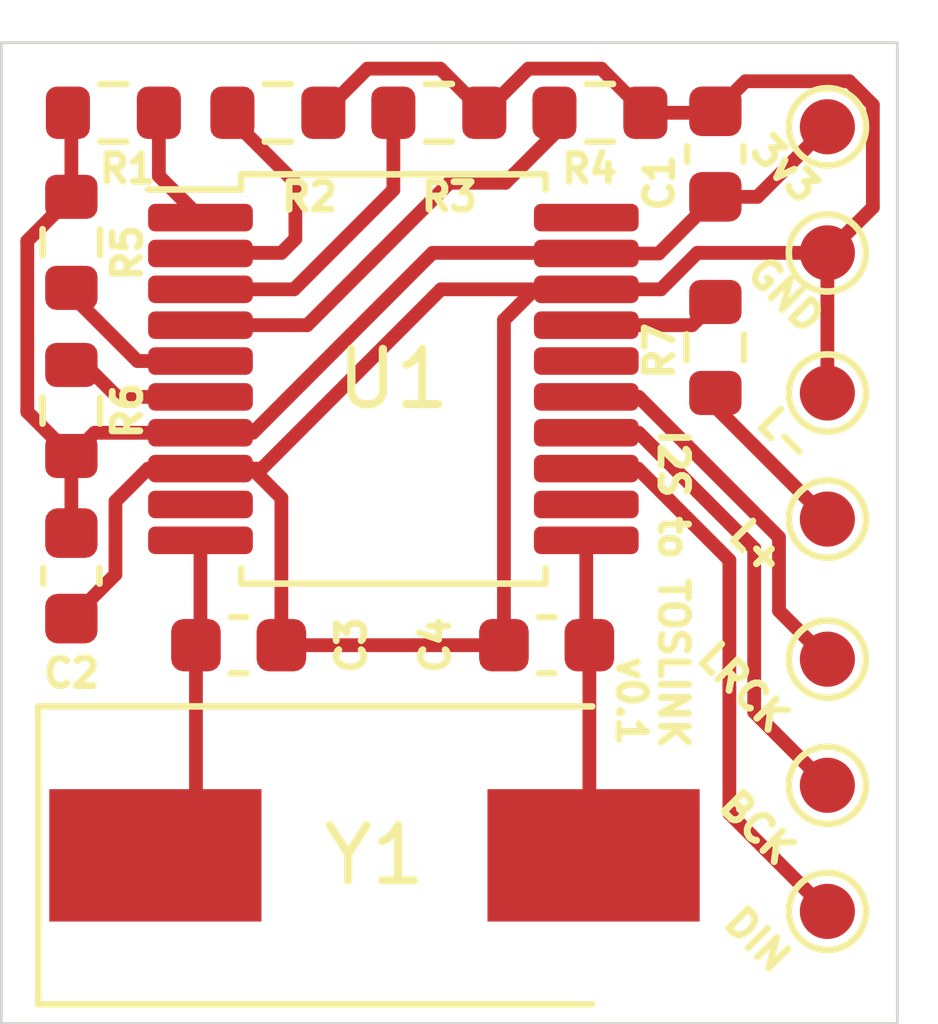
<source format=kicad_pcb>
(kicad_pcb (version 20171130) (host pcbnew 5.1.8)

  (general
    (thickness 1.6)
    (drawings 6)
    (tracks 100)
    (zones 0)
    (modules 20)
    (nets 20)
  )

  (page A4)
  (layers
    (0 F.Cu signal)
    (31 B.Cu signal)
    (32 B.Adhes user)
    (33 F.Adhes user)
    (34 B.Paste user)
    (35 F.Paste user)
    (36 B.SilkS user)
    (37 F.SilkS user)
    (38 B.Mask user)
    (39 F.Mask user)
    (40 Dwgs.User user)
    (41 Cmts.User user)
    (42 Eco1.User user)
    (43 Eco2.User user)
    (44 Edge.Cuts user)
    (45 Margin user)
    (46 B.CrtYd user)
    (47 F.CrtYd user)
    (48 B.Fab user)
    (49 F.Fab user hide)
  )

  (setup
    (last_trace_width 0.25)
    (trace_clearance 0.2)
    (zone_clearance 0.508)
    (zone_45_only no)
    (trace_min 0.127)
    (via_size 0.8)
    (via_drill 0.4)
    (via_min_size 0.4)
    (via_min_drill 0.3)
    (uvia_size 0.3)
    (uvia_drill 0.1)
    (uvias_allowed no)
    (uvia_min_size 0.2)
    (uvia_min_drill 0.1)
    (edge_width 0.05)
    (segment_width 0.2)
    (pcb_text_width 0.3)
    (pcb_text_size 1.5 1.5)
    (mod_edge_width 0.12)
    (mod_text_size 1 1)
    (mod_text_width 0.15)
    (pad_size 1.524 1.524)
    (pad_drill 0.762)
    (pad_to_mask_clearance 0)
    (aux_axis_origin 0 0)
    (visible_elements FFFFFF7F)
    (pcbplotparams
      (layerselection 0x010a0_7fffffff)
      (usegerberextensions false)
      (usegerberattributes true)
      (usegerberadvancedattributes true)
      (creategerberjobfile true)
      (excludeedgelayer true)
      (linewidth 0.100000)
      (plotframeref false)
      (viasonmask false)
      (mode 1)
      (useauxorigin false)
      (hpglpennumber 1)
      (hpglpenspeed 20)
      (hpglpendiameter 15.000000)
      (psnegative false)
      (psa4output false)
      (plotreference true)
      (plotvalue true)
      (plotinvisibletext false)
      (padsonsilk false)
      (subtractmaskfromsilk false)
      (outputformat 1)
      (mirror false)
      (drillshape 0)
      (scaleselection 1)
      (outputdirectory "gerbers/"))
  )

  (net 0 "")
  (net 1 GND)
  (net 2 +3V3)
  (net 3 "Net-(C3-Pad1)")
  (net 4 "Net-(C4-Pad1)")
  (net 5 "Net-(R1-Pad1)")
  (net 6 "Net-(R2-Pad1)")
  (net 7 "Net-(R3-Pad1)")
  (net 8 "Net-(R4-Pad1)")
  (net 9 "Net-(R5-Pad1)")
  (net 10 "Net-(R6-Pad1)")
  (net 11 "Net-(R7-Pad2)")
  (net 12 "Net-(U1-Pad20)")
  (net 13 "Net-(U1-Pad16)")
  (net 14 "Net-(U1-Pad12)")
  (net 15 "Net-(U1-Pad9)")
  (net 16 "Net-(BCLK1-Pad1)")
  (net 17 "Net-(DIN1-Pad1)")
  (net 18 "Net-(LEDP1-Pad1)")
  (net 19 "Net-(LRCLK1-Pad1)")

  (net_class Default "This is the default net class."
    (clearance 0.2)
    (trace_width 0.25)
    (via_dia 0.8)
    (via_drill 0.4)
    (uvia_dia 0.3)
    (uvia_drill 0.1)
    (add_net +3V3)
    (add_net GND)
    (add_net "Net-(BCLK1-Pad1)")
    (add_net "Net-(C3-Pad1)")
    (add_net "Net-(C4-Pad1)")
    (add_net "Net-(DIN1-Pad1)")
    (add_net "Net-(LEDP1-Pad1)")
    (add_net "Net-(LRCLK1-Pad1)")
    (add_net "Net-(R1-Pad1)")
    (add_net "Net-(R2-Pad1)")
    (add_net "Net-(R3-Pad1)")
    (add_net "Net-(R4-Pad1)")
    (add_net "Net-(R5-Pad1)")
    (add_net "Net-(R6-Pad1)")
    (add_net "Net-(R7-Pad2)")
    (add_net "Net-(U1-Pad12)")
    (add_net "Net-(U1-Pad16)")
    (add_net "Net-(U1-Pad20)")
    (add_net "Net-(U1-Pad9)")
  )

  (module TestPoint:TestPoint_Pad_D1.0mm (layer F.Cu) (tedit 5A0F774F) (tstamp 5FE05DDD)
    (at 123.444 90.17)
    (descr "SMD pad as test Point, diameter 1.0mm")
    (tags "test point SMD pad")
    (path /5FE592DE)
    (attr virtual)
    (fp_text reference LRCK (at -1.524 0.508 135) (layer F.SilkS)
      (effects (font (size 0.5 0.5) (thickness 0.125)))
    )
    (fp_text value TestPoint (at 0 1.55) (layer F.Fab)
      (effects (font (size 1 1) (thickness 0.15)))
    )
    (fp_text user %R (at 0 -1.45) (layer F.Fab)
      (effects (font (size 1 1) (thickness 0.15)))
    )
    (fp_circle (center 0 0) (end 1 0) (layer F.CrtYd) (width 0.05))
    (fp_circle (center 0 0) (end 0 0.7) (layer F.SilkS) (width 0.12))
    (pad 1 smd circle (at 0 0) (size 1 1) (layers F.Cu F.Mask)
      (net 19 "Net-(LRCLK1-Pad1)"))
  )

  (module TestPoint:TestPoint_Pad_D1.0mm (layer F.Cu) (tedit 5A0F774F) (tstamp 5FE05DD5)
    (at 123.444 87.63)
    (descr "SMD pad as test Point, diameter 1.0mm")
    (tags "test point SMD pad")
    (path /5FE4E041)
    (attr virtual)
    (fp_text reference L+ (at -1.27 0.508 135) (layer F.SilkS)
      (effects (font (size 0.5 0.5) (thickness 0.125)))
    )
    (fp_text value TestPoint (at 0 1.55) (layer F.Fab)
      (effects (font (size 1 1) (thickness 0.15)))
    )
    (fp_text user %R (at 0 -1.45) (layer F.Fab)
      (effects (font (size 1 1) (thickness 0.15)))
    )
    (fp_circle (center 0 0) (end 1 0) (layer F.CrtYd) (width 0.05))
    (fp_circle (center 0 0) (end 0 0.7) (layer F.SilkS) (width 0.12))
    (pad 1 smd circle (at 0 0) (size 1 1) (layers F.Cu F.Mask)
      (net 18 "Net-(LEDP1-Pad1)"))
  )

  (module TestPoint:TestPoint_Pad_D1.0mm (layer F.Cu) (tedit 5A0F774F) (tstamp 5FE05DCD)
    (at 123.444 85.344)
    (descr "SMD pad as test Point, diameter 1.0mm")
    (tags "test point SMD pad")
    (path /5FE64AF9)
    (attr virtual)
    (fp_text reference L- (at -0.762 0.762 135) (layer F.SilkS)
      (effects (font (size 0.5 0.5) (thickness 0.125)))
    )
    (fp_text value TestPoint (at 0 1.55) (layer F.Fab)
      (effects (font (size 1 1) (thickness 0.15)))
    )
    (fp_text user %R (at 0 -1.45) (layer F.Fab)
      (effects (font (size 1 1) (thickness 0.15)))
    )
    (fp_circle (center 0 0) (end 1 0) (layer F.CrtYd) (width 0.05))
    (fp_circle (center 0 0) (end 0 0.7) (layer F.SilkS) (width 0.12))
    (pad 1 smd circle (at 0 0) (size 1 1) (layers F.Cu F.Mask)
      (net 1 GND))
  )

  (module TestPoint:TestPoint_Pad_D1.0mm (layer F.Cu) (tedit 5A0F774F) (tstamp 5FE05DC5)
    (at 123.444 82.804)
    (descr "SMD pad as test Point, diameter 1.0mm")
    (tags "test point SMD pad")
    (path /5FE5D0DA)
    (attr virtual)
    (fp_text reference GND (at -0.762 0.762 135) (layer F.SilkS)
      (effects (font (size 0.5 0.5) (thickness 0.125)))
    )
    (fp_text value TestPoint (at 0 1.55) (layer F.Fab)
      (effects (font (size 1 1) (thickness 0.15)))
    )
    (fp_circle (center 0 0) (end 1 0) (layer F.CrtYd) (width 0.05))
    (fp_circle (center 0 0) (end 0 0.7) (layer F.SilkS) (width 0.12))
    (pad 1 smd circle (at 0 0) (size 1 1) (layers F.Cu F.Mask)
      (net 1 GND))
  )

  (module TestPoint:TestPoint_Pad_D1.0mm (layer F.Cu) (tedit 5A0F774F) (tstamp 5FE05DBD)
    (at 123.444 94.742)
    (descr "SMD pad as test Point, diameter 1.0mm")
    (tags "test point SMD pad")
    (path /5FE5A2CD)
    (attr virtual)
    (fp_text reference DIN (at -1.27 0.508 135) (layer F.SilkS)
      (effects (font (size 0.5 0.5) (thickness 0.125)))
    )
    (fp_text value TestPoint (at 0 1.55) (layer F.Fab)
      (effects (font (size 1 1) (thickness 0.15)))
    )
    (fp_text user %R (at 0 -1.45) (layer F.Fab)
      (effects (font (size 1 1) (thickness 0.15)))
    )
    (fp_circle (center 0 0) (end 1 0) (layer F.CrtYd) (width 0.05))
    (fp_circle (center 0 0) (end 0 0.7) (layer F.SilkS) (width 0.12))
    (pad 1 smd circle (at 0 0) (size 1 1) (layers F.Cu F.Mask)
      (net 17 "Net-(DIN1-Pad1)"))
  )

  (module TestPoint:TestPoint_Pad_D1.0mm (layer F.Cu) (tedit 5A0F774F) (tstamp 5FE05D35)
    (at 123.444 92.456)
    (descr "SMD pad as test Point, diameter 1.0mm")
    (tags "test point SMD pad")
    (path /5FE59C43)
    (attr virtual)
    (fp_text reference BCK (at -1.27 0.762 135) (layer F.SilkS)
      (effects (font (size 0.5 0.5) (thickness 0.125)))
    )
    (fp_text value TestPoint (at 0.508 0.381) (layer F.Fab)
      (effects (font (size 1 1) (thickness 0.15)))
    )
    (fp_text user %R (at 0 -1.45) (layer F.Fab)
      (effects (font (size 1 1) (thickness 0.15)))
    )
    (fp_circle (center 0 0) (end 1 0) (layer F.CrtYd) (width 0.05))
    (fp_circle (center 0 0) (end 0 0.7) (layer F.SilkS) (width 0.12))
    (pad 1 smd circle (at 0 0) (size 1 1) (layers F.Cu F.Mask)
      (net 16 "Net-(BCLK1-Pad1)"))
  )

  (module TestPoint:TestPoint_Pad_D1.0mm (layer F.Cu) (tedit 5A0F774F) (tstamp 5FE05D2D)
    (at 123.444 80.518)
    (descr "SMD pad as test Point, diameter 1.0mm")
    (tags "test point SMD pad")
    (path /5FE683F2)
    (attr virtual)
    (fp_text reference 3v3 (at -0.762 0.762 135) (layer F.SilkS)
      (effects (font (size 0.5 0.5) (thickness 0.125)))
    )
    (fp_text value TestPoint (at 0 1.55) (layer F.Fab)
      (effects (font (size 1 1) (thickness 0.15)))
    )
    (fp_text user %R (at 0 -1.45) (layer F.Fab)
      (effects (font (size 1 1) (thickness 0.15)))
    )
    (fp_circle (center 0 0) (end 1 0) (layer F.CrtYd) (width 0.05))
    (fp_circle (center 0 0) (end 0 0.7) (layer F.SilkS) (width 0.12))
    (pad 1 smd circle (at 0 0) (size 1 1) (layers F.Cu F.Mask)
      (net 2 +3V3))
  )

  (module Crystal:Crystal_SMD_FOX_FE-2Pin_7.5x5.0mm_HandSoldering (layer F.Cu) (tedit 5A0FD1B2) (tstamp 5FE04D8D)
    (at 115.227 93.726)
    (descr "crystal Ceramic Resin Sealed SMD http://www.foxonline.com/pdfs/fe.pdf, hand-soldering, 7.5x5.0mm^2 package")
    (tags "SMD SMT crystal hand-soldering")
    (path /5FE00E7D)
    (attr smd)
    (fp_text reference Y1 (at 0 0) (layer F.SilkS)
      (effects (font (size 1 1) (thickness 0.15)))
    )
    (fp_text value 22.5792MHz (at 0 3.7) (layer F.Fab) hide
      (effects (font (size 1 1) (thickness 0.15)))
    )
    (fp_text user %R (at 0 0) (layer F.Fab) hide
      (effects (font (size 1 1) (thickness 0.15)))
    )
    (fp_line (start -3.75 -2.5) (end -3.75 2.5) (layer F.Fab) (width 0.1))
    (fp_line (start -3.75 2.5) (end 3.75 2.5) (layer F.Fab) (width 0.1))
    (fp_line (start 3.75 2.5) (end 3.75 -2.5) (layer F.Fab) (width 0.1))
    (fp_line (start 3.75 -2.5) (end -3.75 -2.5) (layer F.Fab) (width 0.1))
    (fp_line (start -3.75 1.5) (end -2.75 2.5) (layer F.Fab) (width 0.1))
    (fp_line (start 3.95 -2.7) (end -6.1 -2.7) (layer F.SilkS) (width 0.12))
    (fp_line (start -6.1 -2.7) (end -6.1 2.7) (layer F.SilkS) (width 0.12))
    (fp_line (start -6.1 2.7) (end 3.95 2.7) (layer F.SilkS) (width 0.12))
    (fp_line (start -6.2 -2.8) (end -6.2 2.8) (layer F.CrtYd) (width 0.05))
    (fp_line (start -6.2 2.8) (end 6.2 2.8) (layer F.CrtYd) (width 0.05))
    (fp_line (start 6.2 2.8) (end 6.2 -2.8) (layer F.CrtYd) (width 0.05))
    (fp_line (start 6.2 -2.8) (end -6.2 -2.8) (layer F.CrtYd) (width 0.05))
    (fp_circle (center 0 0) (end 0.4 0) (layer F.Adhes) (width 0.1))
    (fp_circle (center 0 0) (end 0.333333 0) (layer F.Adhes) (width 0.133333))
    (fp_circle (center 0 0) (end 0.213333 0) (layer F.Adhes) (width 0.133333))
    (fp_circle (center 0 0) (end 0.093333 0) (layer F.Adhes) (width 0.186667))
    (pad 2 smd rect (at 3.975 0) (size 3.85 2.4) (layers F.Cu F.Paste F.Mask)
      (net 4 "Net-(C4-Pad1)"))
    (pad 1 smd rect (at -3.975 0) (size 3.85 2.4) (layers F.Cu F.Paste F.Mask)
      (net 3 "Net-(C3-Pad1)"))
    (model ${KISYS3DMOD}/Crystal.3dshapes/Crystal_SMD_FOX_FE-2Pin_7.5x5.0mm_HandSoldering.wrl
      (at (xyz 0 0 0))
      (scale (xyz 1 1 1))
      (rotate (xyz 0 0 0))
    )
  )

  (module Package_SO:SSOP-20_5.3x7.2mm_P0.65mm (layer F.Cu) (tedit 5D9F72B1) (tstamp 5FE08020)
    (at 115.57 85.09)
    (descr "SSOP, 20 Pin (http://ww1.microchip.com/downloads/en/DeviceDoc/40001800C.pdf), generated with kicad-footprint-generator ipc_gullwing_generator.py")
    (tags "SSOP SO")
    (path /5FDFF4D4)
    (attr smd)
    (fp_text reference U1 (at 0 0) (layer F.SilkS)
      (effects (font (size 1 1) (thickness 0.15)))
    )
    (fp_text value WM8804 (at 0 4.55) (layer F.Fab)
      (effects (font (size 1 1) (thickness 0.15)))
    )
    (fp_text user %R (at 0 0) (layer F.Fab)
      (effects (font (size 1 1) (thickness 0.15)))
    )
    (fp_line (start 0 3.71) (end 2.76 3.71) (layer F.SilkS) (width 0.12))
    (fp_line (start 2.76 3.71) (end 2.76 3.435) (layer F.SilkS) (width 0.12))
    (fp_line (start 0 3.71) (end -2.76 3.71) (layer F.SilkS) (width 0.12))
    (fp_line (start -2.76 3.71) (end -2.76 3.435) (layer F.SilkS) (width 0.12))
    (fp_line (start 0 -3.71) (end 2.76 -3.71) (layer F.SilkS) (width 0.12))
    (fp_line (start 2.76 -3.71) (end 2.76 -3.435) (layer F.SilkS) (width 0.12))
    (fp_line (start 0 -3.71) (end -2.76 -3.71) (layer F.SilkS) (width 0.12))
    (fp_line (start -2.76 -3.71) (end -2.76 -3.435) (layer F.SilkS) (width 0.12))
    (fp_line (start -2.76 -3.435) (end -4.45 -3.435) (layer F.SilkS) (width 0.12))
    (fp_line (start -1.65 -3.6) (end 2.65 -3.6) (layer F.Fab) (width 0.1))
    (fp_line (start 2.65 -3.6) (end 2.65 3.6) (layer F.Fab) (width 0.1))
    (fp_line (start 2.65 3.6) (end -2.65 3.6) (layer F.Fab) (width 0.1))
    (fp_line (start -2.65 3.6) (end -2.65 -2.6) (layer F.Fab) (width 0.1))
    (fp_line (start -2.65 -2.6) (end -1.65 -3.6) (layer F.Fab) (width 0.1))
    (fp_line (start -4.7 -3.85) (end -4.7 3.85) (layer F.CrtYd) (width 0.05))
    (fp_line (start -4.7 3.85) (end 4.7 3.85) (layer F.CrtYd) (width 0.05))
    (fp_line (start 4.7 3.85) (end 4.7 -3.85) (layer F.CrtYd) (width 0.05))
    (fp_line (start 4.7 -3.85) (end -4.7 -3.85) (layer F.CrtYd) (width 0.05))
    (pad 20 smd roundrect (at 3.5 -2.925) (size 1.9 0.5) (layers F.Cu F.Paste F.Mask) (roundrect_rratio 0.25)
      (net 12 "Net-(U1-Pad20)"))
    (pad 19 smd roundrect (at 3.5 -2.275) (size 1.9 0.5) (layers F.Cu F.Paste F.Mask) (roundrect_rratio 0.25)
      (net 2 +3V3))
    (pad 18 smd roundrect (at 3.5 -1.625) (size 1.9 0.5) (layers F.Cu F.Paste F.Mask) (roundrect_rratio 0.25)
      (net 1 GND))
    (pad 17 smd roundrect (at 3.5 -0.975) (size 1.9 0.5) (layers F.Cu F.Paste F.Mask) (roundrect_rratio 0.25)
      (net 11 "Net-(R7-Pad2)"))
    (pad 16 smd roundrect (at 3.5 -0.325) (size 1.9 0.5) (layers F.Cu F.Paste F.Mask) (roundrect_rratio 0.25)
      (net 13 "Net-(U1-Pad16)"))
    (pad 15 smd roundrect (at 3.5 0.325) (size 1.9 0.5) (layers F.Cu F.Paste F.Mask) (roundrect_rratio 0.25)
      (net 19 "Net-(LRCLK1-Pad1)"))
    (pad 14 smd roundrect (at 3.5 0.975) (size 1.9 0.5) (layers F.Cu F.Paste F.Mask) (roundrect_rratio 0.25)
      (net 16 "Net-(BCLK1-Pad1)"))
    (pad 13 smd roundrect (at 3.5 1.625) (size 1.9 0.5) (layers F.Cu F.Paste F.Mask) (roundrect_rratio 0.25)
      (net 17 "Net-(DIN1-Pad1)"))
    (pad 12 smd roundrect (at 3.5 2.275) (size 1.9 0.5) (layers F.Cu F.Paste F.Mask) (roundrect_rratio 0.25)
      (net 14 "Net-(U1-Pad12)"))
    (pad 11 smd roundrect (at 3.5 2.925) (size 1.9 0.5) (layers F.Cu F.Paste F.Mask) (roundrect_rratio 0.25)
      (net 4 "Net-(C4-Pad1)"))
    (pad 10 smd roundrect (at -3.5 2.925) (size 1.9 0.5) (layers F.Cu F.Paste F.Mask) (roundrect_rratio 0.25)
      (net 3 "Net-(C3-Pad1)"))
    (pad 9 smd roundrect (at -3.5 2.275) (size 1.9 0.5) (layers F.Cu F.Paste F.Mask) (roundrect_rratio 0.25)
      (net 15 "Net-(U1-Pad9)"))
    (pad 8 smd roundrect (at -3.5 1.625) (size 1.9 0.5) (layers F.Cu F.Paste F.Mask) (roundrect_rratio 0.25)
      (net 1 GND))
    (pad 7 smd roundrect (at -3.5 0.975) (size 1.9 0.5) (layers F.Cu F.Paste F.Mask) (roundrect_rratio 0.25)
      (net 2 +3V3))
    (pad 6 smd roundrect (at -3.5 0.325) (size 1.9 0.5) (layers F.Cu F.Paste F.Mask) (roundrect_rratio 0.25)
      (net 10 "Net-(R6-Pad1)"))
    (pad 5 smd roundrect (at -3.5 -0.325) (size 1.9 0.5) (layers F.Cu F.Paste F.Mask) (roundrect_rratio 0.25)
      (net 9 "Net-(R5-Pad1)"))
    (pad 4 smd roundrect (at -3.5 -0.975) (size 1.9 0.5) (layers F.Cu F.Paste F.Mask) (roundrect_rratio 0.25)
      (net 8 "Net-(R4-Pad1)"))
    (pad 3 smd roundrect (at -3.5 -1.625) (size 1.9 0.5) (layers F.Cu F.Paste F.Mask) (roundrect_rratio 0.25)
      (net 7 "Net-(R3-Pad1)"))
    (pad 2 smd roundrect (at -3.5 -2.275) (size 1.9 0.5) (layers F.Cu F.Paste F.Mask) (roundrect_rratio 0.25)
      (net 6 "Net-(R2-Pad1)"))
    (pad 1 smd roundrect (at -3.5 -2.925) (size 1.9 0.5) (layers F.Cu F.Paste F.Mask) (roundrect_rratio 0.25)
      (net 5 "Net-(R1-Pad1)"))
    (model ${KISYS3DMOD}/Package_SO.3dshapes/SSOP-20_5.3x7.2mm_P0.65mm.wrl
      (at (xyz 0 0 0))
      (scale (xyz 1 1 1))
      (rotate (xyz 0 0 0))
    )
  )

  (module Resistor_SMD:R_0603_1608Metric (layer F.Cu) (tedit 5F68FEEE) (tstamp 5FE04D4B)
    (at 121.412 84.519 90)
    (descr "Resistor SMD 0603 (1608 Metric), square (rectangular) end terminal, IPC_7351 nominal, (Body size source: IPC-SM-782 page 72, https://www.pcb-3d.com/wordpress/wp-content/uploads/ipc-sm-782a_amendment_1_and_2.pdf), generated with kicad-footprint-generator")
    (tags resistor)
    (path /5FE231BC)
    (attr smd)
    (fp_text reference R7 (at -0.063 -1.016 270) (layer F.SilkS)
      (effects (font (size 0.5 0.5) (thickness 0.125)))
    )
    (fp_text value 220R (at 0 1.43 90) (layer F.Fab)
      (effects (font (size 1 1) (thickness 0.15)))
    )
    (fp_text user %R (at 0 0 90) (layer F.Fab)
      (effects (font (size 0.4 0.4) (thickness 0.06)))
    )
    (fp_line (start -0.8 0.4125) (end -0.8 -0.4125) (layer F.Fab) (width 0.1))
    (fp_line (start -0.8 -0.4125) (end 0.8 -0.4125) (layer F.Fab) (width 0.1))
    (fp_line (start 0.8 -0.4125) (end 0.8 0.4125) (layer F.Fab) (width 0.1))
    (fp_line (start 0.8 0.4125) (end -0.8 0.4125) (layer F.Fab) (width 0.1))
    (fp_line (start -0.237258 -0.5225) (end 0.237258 -0.5225) (layer F.SilkS) (width 0.12))
    (fp_line (start -0.237258 0.5225) (end 0.237258 0.5225) (layer F.SilkS) (width 0.12))
    (fp_line (start -1.48 0.73) (end -1.48 -0.73) (layer F.CrtYd) (width 0.05))
    (fp_line (start -1.48 -0.73) (end 1.48 -0.73) (layer F.CrtYd) (width 0.05))
    (fp_line (start 1.48 -0.73) (end 1.48 0.73) (layer F.CrtYd) (width 0.05))
    (fp_line (start 1.48 0.73) (end -1.48 0.73) (layer F.CrtYd) (width 0.05))
    (pad 2 smd roundrect (at 0.825 0 90) (size 0.8 0.95) (layers F.Cu F.Paste F.Mask) (roundrect_rratio 0.25)
      (net 11 "Net-(R7-Pad2)"))
    (pad 1 smd roundrect (at -0.825 0 90) (size 0.8 0.95) (layers F.Cu F.Paste F.Mask) (roundrect_rratio 0.25)
      (net 18 "Net-(LEDP1-Pad1)"))
    (model ${KISYS3DMOD}/Resistor_SMD.3dshapes/R_0603_1608Metric.wrl
      (at (xyz 0 0 0))
      (scale (xyz 1 1 1))
      (rotate (xyz 0 0 0))
    )
  )

  (module Resistor_SMD:R_0603_1608Metric (layer F.Cu) (tedit 5F68FEEE) (tstamp 5FE04D3A)
    (at 109.728 85.661 270)
    (descr "Resistor SMD 0603 (1608 Metric), square (rectangular) end terminal, IPC_7351 nominal, (Body size source: IPC-SM-782 page 72, https://www.pcb-3d.com/wordpress/wp-content/uploads/ipc-sm-782a_amendment_1_and_2.pdf), generated with kicad-footprint-generator")
    (tags resistor)
    (path /5FE0B854)
    (attr smd)
    (fp_text reference R6 (at 0 -1.016 90) (layer F.SilkS)
      (effects (font (size 0.5 0.5) (thickness 0.125)))
    )
    (fp_text value 10K (at 0 1.43 90) (layer F.Fab)
      (effects (font (size 1 1) (thickness 0.15)))
    )
    (fp_text user %R (at 0 0 90) (layer F.Fab)
      (effects (font (size 0.4 0.4) (thickness 0.06)))
    )
    (fp_line (start -0.8 0.4125) (end -0.8 -0.4125) (layer F.Fab) (width 0.1))
    (fp_line (start -0.8 -0.4125) (end 0.8 -0.4125) (layer F.Fab) (width 0.1))
    (fp_line (start 0.8 -0.4125) (end 0.8 0.4125) (layer F.Fab) (width 0.1))
    (fp_line (start 0.8 0.4125) (end -0.8 0.4125) (layer F.Fab) (width 0.1))
    (fp_line (start -0.237258 -0.5225) (end 0.237258 -0.5225) (layer F.SilkS) (width 0.12))
    (fp_line (start -0.237258 0.5225) (end 0.237258 0.5225) (layer F.SilkS) (width 0.12))
    (fp_line (start -1.48 0.73) (end -1.48 -0.73) (layer F.CrtYd) (width 0.05))
    (fp_line (start -1.48 -0.73) (end 1.48 -0.73) (layer F.CrtYd) (width 0.05))
    (fp_line (start 1.48 -0.73) (end 1.48 0.73) (layer F.CrtYd) (width 0.05))
    (fp_line (start 1.48 0.73) (end -1.48 0.73) (layer F.CrtYd) (width 0.05))
    (pad 2 smd roundrect (at 0.825 0 270) (size 0.8 0.95) (layers F.Cu F.Paste F.Mask) (roundrect_rratio 0.25)
      (net 2 +3V3))
    (pad 1 smd roundrect (at -0.825 0 270) (size 0.8 0.95) (layers F.Cu F.Paste F.Mask) (roundrect_rratio 0.25)
      (net 10 "Net-(R6-Pad1)"))
    (model ${KISYS3DMOD}/Resistor_SMD.3dshapes/R_0603_1608Metric.wrl
      (at (xyz 0 0 0))
      (scale (xyz 1 1 1))
      (rotate (xyz 0 0 0))
    )
  )

  (module Resistor_SMD:R_0603_1608Metric (layer F.Cu) (tedit 5F68FEEE) (tstamp 5FE04D29)
    (at 109.728 82.613 90)
    (descr "Resistor SMD 0603 (1608 Metric), square (rectangular) end terminal, IPC_7351 nominal, (Body size source: IPC-SM-782 page 72, https://www.pcb-3d.com/wordpress/wp-content/uploads/ipc-sm-782a_amendment_1_and_2.pdf), generated with kicad-footprint-generator")
    (tags resistor)
    (path /5FE0B3F8)
    (attr smd)
    (fp_text reference R5 (at -0.191 1.016 90) (layer F.SilkS)
      (effects (font (size 0.5 0.5) (thickness 0.125)))
    )
    (fp_text value 10K (at 0 1.43 90) (layer F.Fab)
      (effects (font (size 1 1) (thickness 0.15)))
    )
    (fp_text user %R (at 0 0 90) (layer F.Fab)
      (effects (font (size 0.4 0.4) (thickness 0.06)))
    )
    (fp_line (start -0.8 0.4125) (end -0.8 -0.4125) (layer F.Fab) (width 0.1))
    (fp_line (start -0.8 -0.4125) (end 0.8 -0.4125) (layer F.Fab) (width 0.1))
    (fp_line (start 0.8 -0.4125) (end 0.8 0.4125) (layer F.Fab) (width 0.1))
    (fp_line (start 0.8 0.4125) (end -0.8 0.4125) (layer F.Fab) (width 0.1))
    (fp_line (start -0.237258 -0.5225) (end 0.237258 -0.5225) (layer F.SilkS) (width 0.12))
    (fp_line (start -0.237258 0.5225) (end 0.237258 0.5225) (layer F.SilkS) (width 0.12))
    (fp_line (start -1.48 0.73) (end -1.48 -0.73) (layer F.CrtYd) (width 0.05))
    (fp_line (start -1.48 -0.73) (end 1.48 -0.73) (layer F.CrtYd) (width 0.05))
    (fp_line (start 1.48 -0.73) (end 1.48 0.73) (layer F.CrtYd) (width 0.05))
    (fp_line (start 1.48 0.73) (end -1.48 0.73) (layer F.CrtYd) (width 0.05))
    (pad 2 smd roundrect (at 0.825 0 90) (size 0.8 0.95) (layers F.Cu F.Paste F.Mask) (roundrect_rratio 0.25)
      (net 2 +3V3))
    (pad 1 smd roundrect (at -0.825 0 90) (size 0.8 0.95) (layers F.Cu F.Paste F.Mask) (roundrect_rratio 0.25)
      (net 9 "Net-(R5-Pad1)"))
    (model ${KISYS3DMOD}/Resistor_SMD.3dshapes/R_0603_1608Metric.wrl
      (at (xyz 0 0 0))
      (scale (xyz 1 1 1))
      (rotate (xyz 0 0 0))
    )
  )

  (module Resistor_SMD:R_0603_1608Metric (layer F.Cu) (tedit 5F68FEEE) (tstamp 5FE04D18)
    (at 119.317 80.264)
    (descr "Resistor SMD 0603 (1608 Metric), square (rectangular) end terminal, IPC_7351 nominal, (Body size source: IPC-SM-782 page 72, https://www.pcb-3d.com/wordpress/wp-content/uploads/ipc-sm-782a_amendment_1_and_2.pdf), generated with kicad-footprint-generator")
    (tags resistor)
    (path /5FE0B05F)
    (attr smd)
    (fp_text reference R4 (at -0.191 1.016) (layer F.SilkS)
      (effects (font (size 0.5 0.5) (thickness 0.125)))
    )
    (fp_text value 10K (at 0 1.43) (layer F.Fab)
      (effects (font (size 1 1) (thickness 0.15)))
    )
    (fp_text user %R (at -0.2 3.01) (layer F.Fab)
      (effects (font (size 0.4 0.4) (thickness 0.06)))
    )
    (fp_line (start -0.8 0.4125) (end -0.8 -0.4125) (layer F.Fab) (width 0.1))
    (fp_line (start -0.8 -0.4125) (end 0.8 -0.4125) (layer F.Fab) (width 0.1))
    (fp_line (start 0.8 -0.4125) (end 0.8 0.4125) (layer F.Fab) (width 0.1))
    (fp_line (start 0.8 0.4125) (end -0.8 0.4125) (layer F.Fab) (width 0.1))
    (fp_line (start -0.237258 -0.5225) (end 0.237258 -0.5225) (layer F.SilkS) (width 0.12))
    (fp_line (start -0.237258 0.5225) (end 0.237258 0.5225) (layer F.SilkS) (width 0.12))
    (fp_line (start -1.48 0.73) (end -1.48 -0.73) (layer F.CrtYd) (width 0.05))
    (fp_line (start -1.48 -0.73) (end 1.48 -0.73) (layer F.CrtYd) (width 0.05))
    (fp_line (start 1.48 -0.73) (end 1.48 0.73) (layer F.CrtYd) (width 0.05))
    (fp_line (start 1.48 0.73) (end -1.48 0.73) (layer F.CrtYd) (width 0.05))
    (pad 2 smd roundrect (at 0.825 0) (size 0.8 0.95) (layers F.Cu F.Paste F.Mask) (roundrect_rratio 0.25)
      (net 1 GND))
    (pad 1 smd roundrect (at -0.825 0) (size 0.8 0.95) (layers F.Cu F.Paste F.Mask) (roundrect_rratio 0.25)
      (net 8 "Net-(R4-Pad1)"))
    (model ${KISYS3DMOD}/Resistor_SMD.3dshapes/R_0603_1608Metric.wrl
      (at (xyz 0 0 0))
      (scale (xyz 1 1 1))
      (rotate (xyz 0 0 0))
    )
  )

  (module Resistor_SMD:R_0603_1608Metric (layer F.Cu) (tedit 5F68FEEE) (tstamp 5FE04D07)
    (at 116.395 80.264)
    (descr "Resistor SMD 0603 (1608 Metric), square (rectangular) end terminal, IPC_7351 nominal, (Body size source: IPC-SM-782 page 72, https://www.pcb-3d.com/wordpress/wp-content/uploads/ipc-sm-782a_amendment_1_and_2.pdf), generated with kicad-footprint-generator")
    (tags resistor)
    (path /5FE0AA51)
    (attr smd)
    (fp_text reference R3 (at 0.191 1.524) (layer F.SilkS)
      (effects (font (size 0.5 0.5) (thickness 0.125)))
    )
    (fp_text value 10K (at 0 1.43) (layer F.Fab)
      (effects (font (size 1 1) (thickness 0.15)))
    )
    (fp_text user %R (at 0 0) (layer F.Fab)
      (effects (font (size 0.4 0.4) (thickness 0.06)))
    )
    (fp_line (start -0.8 0.4125) (end -0.8 -0.4125) (layer F.Fab) (width 0.1))
    (fp_line (start -0.8 -0.4125) (end 0.8 -0.4125) (layer F.Fab) (width 0.1))
    (fp_line (start 0.8 -0.4125) (end 0.8 0.4125) (layer F.Fab) (width 0.1))
    (fp_line (start 0.8 0.4125) (end -0.8 0.4125) (layer F.Fab) (width 0.1))
    (fp_line (start -0.237258 -0.5225) (end 0.237258 -0.5225) (layer F.SilkS) (width 0.12))
    (fp_line (start -0.237258 0.5225) (end 0.237258 0.5225) (layer F.SilkS) (width 0.12))
    (fp_line (start -1.48 0.73) (end -1.48 -0.73) (layer F.CrtYd) (width 0.05))
    (fp_line (start -1.48 -0.73) (end 1.48 -0.73) (layer F.CrtYd) (width 0.05))
    (fp_line (start 1.48 -0.73) (end 1.48 0.73) (layer F.CrtYd) (width 0.05))
    (fp_line (start 1.48 0.73) (end -1.48 0.73) (layer F.CrtYd) (width 0.05))
    (pad 2 smd roundrect (at 0.825 0) (size 0.8 0.95) (layers F.Cu F.Paste F.Mask) (roundrect_rratio 0.25)
      (net 1 GND))
    (pad 1 smd roundrect (at -0.825 0) (size 0.8 0.95) (layers F.Cu F.Paste F.Mask) (roundrect_rratio 0.25)
      (net 7 "Net-(R3-Pad1)"))
    (model ${KISYS3DMOD}/Resistor_SMD.3dshapes/R_0603_1608Metric.wrl
      (at (xyz 0 0 0))
      (scale (xyz 1 1 1))
      (rotate (xyz 0 0 0))
    )
  )

  (module Resistor_SMD:R_0603_1608Metric (layer F.Cu) (tedit 5F68FEEE) (tstamp 5FE04CF6)
    (at 113.475 80.264)
    (descr "Resistor SMD 0603 (1608 Metric), square (rectangular) end terminal, IPC_7351 nominal, (Body size source: IPC-SM-782 page 72, https://www.pcb-3d.com/wordpress/wp-content/uploads/ipc-sm-782a_amendment_1_and_2.pdf), generated with kicad-footprint-generator")
    (tags resistor)
    (path /5FE0A62D)
    (attr smd)
    (fp_text reference R2 (at 0.571 1.524) (layer F.SilkS)
      (effects (font (size 0.5 0.5) (thickness 0.125)))
    )
    (fp_text value 10K (at 0 1.43) (layer F.Fab)
      (effects (font (size 1 1) (thickness 0.15)))
    )
    (fp_text user %R (at 0 0) (layer F.Fab)
      (effects (font (size 0.4 0.4) (thickness 0.06)))
    )
    (fp_line (start -0.8 0.4125) (end -0.8 -0.4125) (layer F.Fab) (width 0.1))
    (fp_line (start -0.8 -0.4125) (end 0.8 -0.4125) (layer F.Fab) (width 0.1))
    (fp_line (start 0.8 -0.4125) (end 0.8 0.4125) (layer F.Fab) (width 0.1))
    (fp_line (start 0.8 0.4125) (end -0.8 0.4125) (layer F.Fab) (width 0.1))
    (fp_line (start -0.237258 -0.5225) (end 0.237258 -0.5225) (layer F.SilkS) (width 0.12))
    (fp_line (start -0.237258 0.5225) (end 0.237258 0.5225) (layer F.SilkS) (width 0.12))
    (fp_line (start -1.48 0.73) (end -1.48 -0.73) (layer F.CrtYd) (width 0.05))
    (fp_line (start -1.48 -0.73) (end 1.48 -0.73) (layer F.CrtYd) (width 0.05))
    (fp_line (start 1.48 -0.73) (end 1.48 0.73) (layer F.CrtYd) (width 0.05))
    (fp_line (start 1.48 0.73) (end -1.48 0.73) (layer F.CrtYd) (width 0.05))
    (pad 2 smd roundrect (at 0.825 0) (size 0.8 0.95) (layers F.Cu F.Paste F.Mask) (roundrect_rratio 0.25)
      (net 1 GND))
    (pad 1 smd roundrect (at -0.825 0) (size 0.8 0.95) (layers F.Cu F.Paste F.Mask) (roundrect_rratio 0.25)
      (net 6 "Net-(R2-Pad1)"))
    (model ${KISYS3DMOD}/Resistor_SMD.3dshapes/R_0603_1608Metric.wrl
      (at (xyz 0 0 0))
      (scale (xyz 1 1 1))
      (rotate (xyz 0 0 0))
    )
  )

  (module Resistor_SMD:R_0603_1608Metric (layer F.Cu) (tedit 5F68FEEE) (tstamp 5FE04CE5)
    (at 110.49 80.264 180)
    (descr "Resistor SMD 0603 (1608 Metric), square (rectangular) end terminal, IPC_7351 nominal, (Body size source: IPC-SM-782 page 72, https://www.pcb-3d.com/wordpress/wp-content/uploads/ipc-sm-782a_amendment_1_and_2.pdf), generated with kicad-footprint-generator")
    (tags resistor)
    (path /5FE08A36)
    (attr smd)
    (fp_text reference R1 (at -0.254 -1.016) (layer F.SilkS)
      (effects (font (size 0.5 0.5) (thickness 0.125)))
    )
    (fp_text value 10K (at 0 1.43) (layer F.Fab)
      (effects (font (size 1 1) (thickness 0.15)))
    )
    (fp_text user %R (at 0 0) (layer F.Fab)
      (effects (font (size 0.4 0.4) (thickness 0.06)))
    )
    (fp_line (start -0.8 0.4125) (end -0.8 -0.4125) (layer F.Fab) (width 0.1))
    (fp_line (start -0.8 -0.4125) (end 0.8 -0.4125) (layer F.Fab) (width 0.1))
    (fp_line (start 0.8 -0.4125) (end 0.8 0.4125) (layer F.Fab) (width 0.1))
    (fp_line (start 0.8 0.4125) (end -0.8 0.4125) (layer F.Fab) (width 0.1))
    (fp_line (start -0.237258 -0.5225) (end 0.237258 -0.5225) (layer F.SilkS) (width 0.12))
    (fp_line (start -0.237258 0.5225) (end 0.237258 0.5225) (layer F.SilkS) (width 0.12))
    (fp_line (start -1.48 0.73) (end -1.48 -0.73) (layer F.CrtYd) (width 0.05))
    (fp_line (start -1.48 -0.73) (end 1.48 -0.73) (layer F.CrtYd) (width 0.05))
    (fp_line (start 1.48 -0.73) (end 1.48 0.73) (layer F.CrtYd) (width 0.05))
    (fp_line (start 1.48 0.73) (end -1.48 0.73) (layer F.CrtYd) (width 0.05))
    (pad 2 smd roundrect (at 0.825 0 180) (size 0.8 0.95) (layers F.Cu F.Paste F.Mask) (roundrect_rratio 0.25)
      (net 2 +3V3))
    (pad 1 smd roundrect (at -0.825 0 180) (size 0.8 0.95) (layers F.Cu F.Paste F.Mask) (roundrect_rratio 0.25)
      (net 5 "Net-(R1-Pad1)"))
    (model ${KISYS3DMOD}/Resistor_SMD.3dshapes/R_0603_1608Metric.wrl
      (at (xyz 0 0 0))
      (scale (xyz 1 1 1))
      (rotate (xyz 0 0 0))
    )
  )

  (module Capacitor_SMD:C_0603_1608Metric (layer F.Cu) (tedit 5F68FEEE) (tstamp 5FE04CD4)
    (at 118.351 89.916 180)
    (descr "Capacitor SMD 0603 (1608 Metric), square (rectangular) end terminal, IPC_7351 nominal, (Body size source: IPC-SM-782 page 76, https://www.pcb-3d.com/wordpress/wp-content/uploads/ipc-sm-782a_amendment_1_and_2.pdf), generated with kicad-footprint-generator")
    (tags capacitor)
    (path /5FE02B31)
    (attr smd)
    (fp_text reference C4 (at 2.019 0 90) (layer F.SilkS)
      (effects (font (size 0.5 0.5) (thickness 0.125)))
    )
    (fp_text value 15pF (at 0 1.43) (layer F.Fab)
      (effects (font (size 1 1) (thickness 0.15)))
    )
    (fp_text user %R (at 0 0) (layer F.Fab)
      (effects (font (size 0.4 0.4) (thickness 0.06)))
    )
    (fp_line (start -0.8 0.4) (end -0.8 -0.4) (layer F.Fab) (width 0.1))
    (fp_line (start -0.8 -0.4) (end 0.8 -0.4) (layer F.Fab) (width 0.1))
    (fp_line (start 0.8 -0.4) (end 0.8 0.4) (layer F.Fab) (width 0.1))
    (fp_line (start 0.8 0.4) (end -0.8 0.4) (layer F.Fab) (width 0.1))
    (fp_line (start -0.14058 -0.51) (end 0.14058 -0.51) (layer F.SilkS) (width 0.12))
    (fp_line (start -0.14058 0.51) (end 0.14058 0.51) (layer F.SilkS) (width 0.12))
    (fp_line (start -1.48 0.73) (end -1.48 -0.73) (layer F.CrtYd) (width 0.05))
    (fp_line (start -1.48 -0.73) (end 1.48 -0.73) (layer F.CrtYd) (width 0.05))
    (fp_line (start 1.48 -0.73) (end 1.48 0.73) (layer F.CrtYd) (width 0.05))
    (fp_line (start 1.48 0.73) (end -1.48 0.73) (layer F.CrtYd) (width 0.05))
    (pad 2 smd roundrect (at 0.775 0 180) (size 0.9 0.95) (layers F.Cu F.Paste F.Mask) (roundrect_rratio 0.25)
      (net 1 GND))
    (pad 1 smd roundrect (at -0.775 0 180) (size 0.9 0.95) (layers F.Cu F.Paste F.Mask) (roundrect_rratio 0.25)
      (net 4 "Net-(C4-Pad1)"))
    (model ${KISYS3DMOD}/Capacitor_SMD.3dshapes/C_0603_1608Metric.wrl
      (at (xyz 0 0 0))
      (scale (xyz 1 1 1))
      (rotate (xyz 0 0 0))
    )
  )

  (module Capacitor_SMD:C_0603_1608Metric (layer F.Cu) (tedit 5F68FEEE) (tstamp 5FE04CC3)
    (at 112.763 89.916)
    (descr "Capacitor SMD 0603 (1608 Metric), square (rectangular) end terminal, IPC_7351 nominal, (Body size source: IPC-SM-782 page 76, https://www.pcb-3d.com/wordpress/wp-content/uploads/ipc-sm-782a_amendment_1_and_2.pdf), generated with kicad-footprint-generator")
    (tags capacitor)
    (path /5FE053A3)
    (attr smd)
    (fp_text reference C3 (at 2.045 0 90) (layer F.SilkS)
      (effects (font (size 0.5 0.5) (thickness 0.125)))
    )
    (fp_text value 15pF (at 0 1.43) (layer F.Fab)
      (effects (font (size 1 1) (thickness 0.15)))
    )
    (fp_text user %R (at 0 0) (layer F.Fab)
      (effects (font (size 0.4 0.4) (thickness 0.06)))
    )
    (fp_line (start -0.8 0.4) (end -0.8 -0.4) (layer F.Fab) (width 0.1))
    (fp_line (start -0.8 -0.4) (end 0.8 -0.4) (layer F.Fab) (width 0.1))
    (fp_line (start 0.8 -0.4) (end 0.8 0.4) (layer F.Fab) (width 0.1))
    (fp_line (start 0.8 0.4) (end -0.8 0.4) (layer F.Fab) (width 0.1))
    (fp_line (start -0.14058 -0.51) (end 0.14058 -0.51) (layer F.SilkS) (width 0.12))
    (fp_line (start -0.14058 0.51) (end 0.14058 0.51) (layer F.SilkS) (width 0.12))
    (fp_line (start -1.48 0.73) (end -1.48 -0.73) (layer F.CrtYd) (width 0.05))
    (fp_line (start -1.48 -0.73) (end 1.48 -0.73) (layer F.CrtYd) (width 0.05))
    (fp_line (start 1.48 -0.73) (end 1.48 0.73) (layer F.CrtYd) (width 0.05))
    (fp_line (start 1.48 0.73) (end -1.48 0.73) (layer F.CrtYd) (width 0.05))
    (pad 2 smd roundrect (at 0.775 0) (size 0.9 0.95) (layers F.Cu F.Paste F.Mask) (roundrect_rratio 0.25)
      (net 1 GND))
    (pad 1 smd roundrect (at -0.775 0) (size 0.9 0.95) (layers F.Cu F.Paste F.Mask) (roundrect_rratio 0.25)
      (net 3 "Net-(C3-Pad1)"))
    (model ${KISYS3DMOD}/Capacitor_SMD.3dshapes/C_0603_1608Metric.wrl
      (at (xyz 0 0 0))
      (scale (xyz 1 1 1))
      (rotate (xyz 0 0 0))
    )
  )

  (module Capacitor_SMD:C_0603_1608Metric (layer F.Cu) (tedit 5F68FEEE) (tstamp 5FE04CB2)
    (at 109.728 88.659 270)
    (descr "Capacitor SMD 0603 (1608 Metric), square (rectangular) end terminal, IPC_7351 nominal, (Body size source: IPC-SM-782 page 76, https://www.pcb-3d.com/wordpress/wp-content/uploads/ipc-sm-782a_amendment_1_and_2.pdf), generated with kicad-footprint-generator")
    (tags capacitor)
    (path /5FE19844)
    (attr smd)
    (fp_text reference C2 (at 1.765 0) (layer F.SilkS)
      (effects (font (size 0.5 0.5) (thickness 0.125)))
    )
    (fp_text value 0.1uF (at 0 1.43 90) (layer F.Fab)
      (effects (font (size 1 1) (thickness 0.15)))
    )
    (fp_text user %R (at -1.47 -0.83 90) (layer F.Fab)
      (effects (font (size 0.4 0.4) (thickness 0.06)))
    )
    (fp_line (start -0.8 0.4) (end -0.8 -0.4) (layer F.Fab) (width 0.1))
    (fp_line (start -0.8 -0.4) (end 0.8 -0.4) (layer F.Fab) (width 0.1))
    (fp_line (start 0.8 -0.4) (end 0.8 0.4) (layer F.Fab) (width 0.1))
    (fp_line (start 0.8 0.4) (end -0.8 0.4) (layer F.Fab) (width 0.1))
    (fp_line (start -0.14058 -0.51) (end 0.14058 -0.51) (layer F.SilkS) (width 0.12))
    (fp_line (start -0.14058 0.51) (end 0.14058 0.51) (layer F.SilkS) (width 0.12))
    (fp_line (start -1.48 0.73) (end -1.48 -0.73) (layer F.CrtYd) (width 0.05))
    (fp_line (start -1.48 -0.73) (end 1.48 -0.73) (layer F.CrtYd) (width 0.05))
    (fp_line (start 1.48 -0.73) (end 1.48 0.73) (layer F.CrtYd) (width 0.05))
    (fp_line (start 1.48 0.73) (end -1.48 0.73) (layer F.CrtYd) (width 0.05))
    (pad 2 smd roundrect (at 0.775 0 270) (size 0.9 0.95) (layers F.Cu F.Paste F.Mask) (roundrect_rratio 0.25)
      (net 1 GND))
    (pad 1 smd roundrect (at -0.775 0 270) (size 0.9 0.95) (layers F.Cu F.Paste F.Mask) (roundrect_rratio 0.25)
      (net 2 +3V3))
    (model ${KISYS3DMOD}/Capacitor_SMD.3dshapes/C_0603_1608Metric.wrl
      (at (xyz 0 0 0))
      (scale (xyz 1 1 1))
      (rotate (xyz 0 0 0))
    )
  )

  (module Capacitor_SMD:C_0603_1608Metric (layer F.Cu) (tedit 5F68FEEE) (tstamp 5FE04CA1)
    (at 121.412 81.013 90)
    (descr "Capacitor SMD 0603 (1608 Metric), square (rectangular) end terminal, IPC_7351 nominal, (Body size source: IPC-SM-782 page 76, https://www.pcb-3d.com/wordpress/wp-content/uploads/ipc-sm-782a_amendment_1_and_2.pdf), generated with kicad-footprint-generator")
    (tags capacitor)
    (path /5FE0E3B2)
    (attr smd)
    (fp_text reference C1 (at -0.521 -1.016 90) (layer F.SilkS)
      (effects (font (size 0.5 0.5) (thickness 0.125)))
    )
    (fp_text value 1uF (at 0 1.43 90) (layer F.Fab)
      (effects (font (size 1 1) (thickness 0.15)))
    )
    (fp_text user %R (at 0 0 90) (layer F.Fab)
      (effects (font (size 0.4 0.4) (thickness 0.06)))
    )
    (fp_line (start -0.8 0.4) (end -0.8 -0.4) (layer F.Fab) (width 0.1))
    (fp_line (start -0.8 -0.4) (end 0.8 -0.4) (layer F.Fab) (width 0.1))
    (fp_line (start 0.8 -0.4) (end 0.8 0.4) (layer F.Fab) (width 0.1))
    (fp_line (start 0.8 0.4) (end -0.8 0.4) (layer F.Fab) (width 0.1))
    (fp_line (start -0.14058 -0.51) (end 0.14058 -0.51) (layer F.SilkS) (width 0.12))
    (fp_line (start -0.14058 0.51) (end 0.14058 0.51) (layer F.SilkS) (width 0.12))
    (fp_line (start -1.48 0.73) (end -1.48 -0.73) (layer F.CrtYd) (width 0.05))
    (fp_line (start -1.48 -0.73) (end 1.48 -0.73) (layer F.CrtYd) (width 0.05))
    (fp_line (start 1.48 -0.73) (end 1.48 0.73) (layer F.CrtYd) (width 0.05))
    (fp_line (start 1.48 0.73) (end -1.48 0.73) (layer F.CrtYd) (width 0.05))
    (pad 2 smd roundrect (at 0.775 0 90) (size 0.9 0.95) (layers F.Cu F.Paste F.Mask) (roundrect_rratio 0.25)
      (net 1 GND))
    (pad 1 smd roundrect (at -0.775 0 90) (size 0.9 0.95) (layers F.Cu F.Paste F.Mask) (roundrect_rratio 0.25)
      (net 2 +3V3))
    (model ${KISYS3DMOD}/Capacitor_SMD.3dshapes/C_0603_1608Metric.wrl
      (at (xyz 0 0 0))
      (scale (xyz 1 1 1))
      (rotate (xyz 0 0 0))
    )
  )

  (gr_text v0.1 (at 119.888 90.932 270) (layer F.SilkS) (tstamp 5FE08D97)
    (effects (font (size 0.5 0.5) (thickness 0.125)))
  )
  (gr_text "I2S to TOSLINK" (at 120.65 88.9 270) (layer F.SilkS)
    (effects (font (size 0.5 0.5) (thickness 0.125)))
  )
  (gr_line (start 108.458 96.774) (end 108.458 78.994) (layer Edge.Cuts) (width 0.05) (tstamp 5FE08D7C))
  (gr_line (start 124.714 96.774) (end 108.458 96.774) (layer Edge.Cuts) (width 0.05))
  (gr_line (start 124.714 78.994) (end 124.714 96.774) (layer Edge.Cuts) (width 0.05))
  (gr_line (start 108.458 78.994) (end 124.714 78.994) (layer Edge.Cuts) (width 0.05))

  (segment (start 111.12 86.715) (end 112.07 86.715) (width 0.25) (layer F.Cu) (net 1))
  (segment (start 110.52801 87.30699) (end 111.12 86.715) (width 0.25) (layer F.Cu) (net 1))
  (segment (start 110.52801 88.63399) (end 110.52801 87.30699) (width 0.25) (layer F.Cu) (net 1))
  (segment (start 109.728 89.434) (end 110.52801 88.63399) (width 0.25) (layer F.Cu) (net 1))
  (segment (start 123.444 82.804) (end 123.444 85.344) (width 0.25) (layer F.Cu) (net 1))
  (segment (start 116.41999 79.46399) (end 117.22 80.264) (width 0.25) (layer F.Cu) (net 1))
  (segment (start 115.10001 79.46399) (end 116.41999 79.46399) (width 0.25) (layer F.Cu) (net 1))
  (segment (start 114.3 80.264) (end 115.10001 79.46399) (width 0.25) (layer F.Cu) (net 1))
  (segment (start 119.34199 79.46399) (end 120.142 80.264) (width 0.25) (layer F.Cu) (net 1))
  (segment (start 118.02001 79.46399) (end 119.34199 79.46399) (width 0.25) (layer F.Cu) (net 1))
  (segment (start 117.22 80.264) (end 118.02001 79.46399) (width 0.25) (layer F.Cu) (net 1))
  (segment (start 121.386 80.264) (end 121.412 80.238) (width 0.25) (layer F.Cu) (net 1))
  (segment (start 120.142 80.264) (end 121.386 80.264) (width 0.25) (layer F.Cu) (net 1))
  (segment (start 124.269001 80.121999) (end 124.269001 81.978999) (width 0.25) (layer F.Cu) (net 1))
  (segment (start 123.840001 79.692999) (end 124.269001 80.121999) (width 0.25) (layer F.Cu) (net 1))
  (segment (start 121.957001 79.692999) (end 123.840001 79.692999) (width 0.25) (layer F.Cu) (net 1))
  (segment (start 124.269001 81.978999) (end 123.444 82.804) (width 0.25) (layer F.Cu) (net 1))
  (segment (start 121.412 80.238) (end 121.957001 79.692999) (width 0.25) (layer F.Cu) (net 1))
  (segment (start 113.538 87.246588) (end 113.538 89.916) (width 0.25) (layer F.Cu) (net 1))
  (segment (start 113.006412 86.715) (end 113.538 87.246588) (width 0.25) (layer F.Cu) (net 1))
  (segment (start 112.07 86.715) (end 113.006412 86.715) (width 0.25) (layer F.Cu) (net 1))
  (segment (start 113.538 89.916) (end 117.576 89.916) (width 0.25) (layer F.Cu) (net 1))
  (segment (start 118.133588 83.465) (end 119.07 83.465) (width 0.25) (layer F.Cu) (net 1))
  (segment (start 117.576 84.022588) (end 118.133588 83.465) (width 0.25) (layer F.Cu) (net 1))
  (segment (start 117.576 89.916) (end 117.576 84.022588) (width 0.25) (layer F.Cu) (net 1))
  (segment (start 121.084522 82.804) (end 123.444 82.804) (width 0.25) (layer F.Cu) (net 1))
  (segment (start 120.423522 83.465) (end 121.084522 82.804) (width 0.25) (layer F.Cu) (net 1))
  (segment (start 119.07 83.465) (end 120.423522 83.465) (width 0.25) (layer F.Cu) (net 1))
  (segment (start 112.07 86.715) (end 113.183 86.715) (width 0.25) (layer F.Cu) (net 1))
  (segment (start 116.433 83.465) (end 119.07 83.465) (width 0.25) (layer F.Cu) (net 1))
  (segment (start 113.183 86.715) (end 116.433 83.465) (width 0.25) (layer F.Cu) (net 1))
  (segment (start 110.149 86.065) (end 112.07 86.065) (width 0.25) (layer F.Cu) (net 2))
  (segment (start 109.728 86.486) (end 110.149 86.065) (width 0.25) (layer F.Cu) (net 2))
  (segment (start 109.728 86.486) (end 109.728 87.884) (width 0.25) (layer F.Cu) (net 2))
  (segment (start 108.92799 82.58801) (end 109.728 81.788) (width 0.25) (layer F.Cu) (net 2))
  (segment (start 108.92799 85.68599) (end 108.92799 82.58801) (width 0.25) (layer F.Cu) (net 2))
  (segment (start 109.728 86.486) (end 108.92799 85.68599) (width 0.25) (layer F.Cu) (net 2))
  (segment (start 109.728 80.327) (end 109.665 80.264) (width 0.25) (layer F.Cu) (net 2))
  (segment (start 109.728 81.788) (end 109.728 80.327) (width 0.25) (layer F.Cu) (net 2))
  (segment (start 119.623 82.815) (end 119.69799 82.74001) (width 0.25) (layer F.Cu) (net 2))
  (segment (start 119.07 82.815) (end 119.623 82.815) (width 0.25) (layer F.Cu) (net 2))
  (segment (start 122.174 81.788) (end 123.444 80.518) (width 0.25) (layer F.Cu) (net 2))
  (segment (start 121.412 81.788) (end 122.174 81.788) (width 0.25) (layer F.Cu) (net 2))
  (segment (start 119.07 82.815) (end 120.385 82.815) (width 0.25) (layer F.Cu) (net 2))
  (segment (start 120.385 82.815) (end 121.412 81.788) (width 0.25) (layer F.Cu) (net 2))
  (segment (start 113.02 86.065) (end 116.281 82.804) (width 0.25) (layer F.Cu) (net 2))
  (segment (start 112.07 86.065) (end 113.02 86.065) (width 0.25) (layer F.Cu) (net 2))
  (segment (start 119.059 82.804) (end 119.07 82.815) (width 0.25) (layer F.Cu) (net 2))
  (segment (start 116.281 82.804) (end 119.059 82.804) (width 0.25) (layer F.Cu) (net 2))
  (segment (start 112.07 89.834) (end 111.988 89.916) (width 0.25) (layer F.Cu) (net 3))
  (segment (start 112.07 88.015) (end 112.07 89.834) (width 0.25) (layer F.Cu) (net 3))
  (segment (start 111.988 92.99) (end 111.252 93.726) (width 0.25) (layer F.Cu) (net 3))
  (segment (start 111.988 89.916) (end 111.988 92.99) (width 0.25) (layer F.Cu) (net 3))
  (segment (start 119.07 89.86) (end 119.126 89.916) (width 0.25) (layer F.Cu) (net 4))
  (segment (start 119.07 88.015) (end 119.07 89.86) (width 0.25) (layer F.Cu) (net 4))
  (segment (start 119.126 93.65) (end 119.202 93.726) (width 0.25) (layer F.Cu) (net 4))
  (segment (start 119.126 89.916) (end 119.126 93.65) (width 0.25) (layer F.Cu) (net 4))
  (segment (start 111.315 81.41) (end 112.07 82.165) (width 0.25) (layer F.Cu) (net 5))
  (segment (start 111.315 80.264) (end 111.315 81.41) (width 0.25) (layer F.Cu) (net 5))
  (segment (start 112.65 80.264) (end 112.65 80.392) (width 0.25) (layer F.Cu) (net 6))
  (segment (start 112.65 80.392) (end 113.792 81.534) (width 0.25) (layer F.Cu) (net 6))
  (segment (start 112.081 82.804) (end 112.07 82.815) (width 0.25) (layer F.Cu) (net 6))
  (segment (start 113.792 82.55) (end 113.538 82.804) (width 0.25) (layer F.Cu) (net 6))
  (segment (start 113.792 81.534) (end 113.792 82.55) (width 0.25) (layer F.Cu) (net 6))
  (segment (start 113.538 82.804) (end 112.081 82.804) (width 0.25) (layer F.Cu) (net 6))
  (segment (start 113.76741 83.465) (end 112.07 83.465) (width 0.25) (layer F.Cu) (net 7))
  (segment (start 115.57 81.66241) (end 113.76741 83.465) (width 0.25) (layer F.Cu) (net 7))
  (segment (start 115.57 80.264) (end 115.57 81.66241) (width 0.25) (layer F.Cu) (net 7))
  (segment (start 112.07 84.115) (end 113.75382 84.115) (width 0.25) (layer F.Cu) (net 8))
  (segment (start 114.00641 84.115) (end 115.316 82.80541) (width 0.25) (layer F.Cu) (net 8))
  (segment (start 117.602 81.534) (end 118.492 80.644) (width 0.25) (layer F.Cu) (net 8))
  (segment (start 117.60059 81.53259) (end 117.602 81.534) (width 0.25) (layer F.Cu) (net 8))
  (segment (start 118.492 80.644) (end 118.492 80.264) (width 0.25) (layer F.Cu) (net 8))
  (segment (start 116.58741 81.53259) (end 117.60059 81.53259) (width 0.25) (layer F.Cu) (net 8))
  (segment (start 115.062 83.058) (end 116.58741 81.53259) (width 0.25) (layer F.Cu) (net 8))
  (segment (start 114.00641 84.115) (end 113.75382 84.115) (width 0.25) (layer F.Cu) (net 8))
  (segment (start 109.728 83.438) (end 109.728 83.566) (width 0.25) (layer F.Cu) (net 9))
  (segment (start 110.927 84.765) (end 112.07 84.765) (width 0.25) (layer F.Cu) (net 9))
  (segment (start 109.728 83.566) (end 110.927 84.765) (width 0.25) (layer F.Cu) (net 9))
  (segment (start 109.728 84.836) (end 109.982 84.836) (width 0.25) (layer F.Cu) (net 10))
  (segment (start 110.561 85.415) (end 112.07 85.415) (width 0.25) (layer F.Cu) (net 10))
  (segment (start 109.982 84.836) (end 110.561 85.415) (width 0.25) (layer F.Cu) (net 10))
  (segment (start 119.593 84.115) (end 119.07 84.115) (width 0.25) (layer F.Cu) (net 11))
  (segment (start 119.66799 84.04001) (end 119.593 84.115) (width 0.25) (layer F.Cu) (net 11))
  (segment (start 120.991 84.115) (end 121.412 83.694) (width 0.25) (layer F.Cu) (net 11))
  (segment (start 119.07 84.115) (end 120.991 84.115) (width 0.25) (layer F.Cu) (net 11))
  (segment (start 120.02 86.065) (end 122.11601 88.16101) (width 0.25) (layer F.Cu) (net 16))
  (segment (start 119.07 86.065) (end 120.02 86.065) (width 0.25) (layer F.Cu) (net 16))
  (segment (start 122.11601 91.12801) (end 123.444 92.456) (width 0.25) (layer F.Cu) (net 16))
  (segment (start 122.11601 88.16101) (end 122.11601 91.12801) (width 0.25) (layer F.Cu) (net 16))
  (segment (start 120.006412 86.715) (end 121.666 88.374588) (width 0.25) (layer F.Cu) (net 17))
  (segment (start 119.07 86.715) (end 120.006412 86.715) (width 0.25) (layer F.Cu) (net 17))
  (segment (start 121.666 92.964) (end 123.444 94.742) (width 0.25) (layer F.Cu) (net 17))
  (segment (start 121.666 88.374588) (end 121.666 92.964) (width 0.25) (layer F.Cu) (net 17))
  (segment (start 121.412 85.598) (end 123.444 87.63) (width 0.25) (layer F.Cu) (net 18))
  (segment (start 121.412 85.344) (end 121.412 85.598) (width 0.25) (layer F.Cu) (net 18))
  (segment (start 120.02 85.415) (end 122.56602 87.96102) (width 0.25) (layer F.Cu) (net 19))
  (segment (start 119.07 85.415) (end 120.02 85.415) (width 0.25) (layer F.Cu) (net 19))
  (segment (start 122.56602 89.29202) (end 123.444 90.17) (width 0.25) (layer F.Cu) (net 19))
  (segment (start 122.56602 87.96102) (end 122.56602 89.29202) (width 0.25) (layer F.Cu) (net 19))

)

</source>
